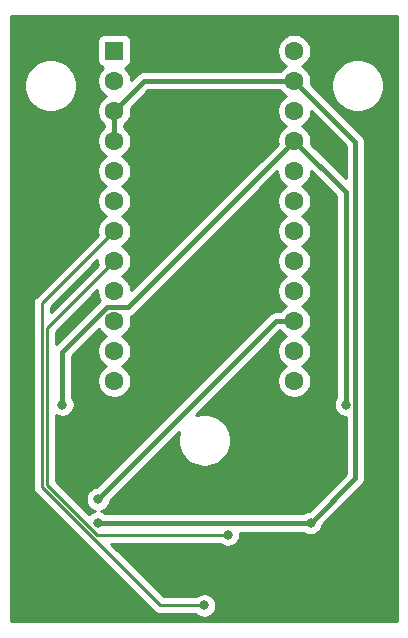
<source format=gbr>
%TF.GenerationSoftware,KiCad,Pcbnew,(5.1.10)-1*%
%TF.CreationDate,2022-02-27T18:22:25-05:00*%
%TF.ProjectId,chunair_core,6368756e-6169-4725-9f63-6f72652e6b69,rev?*%
%TF.SameCoordinates,Original*%
%TF.FileFunction,Copper,L2,Bot*%
%TF.FilePolarity,Positive*%
%FSLAX46Y46*%
G04 Gerber Fmt 4.6, Leading zero omitted, Abs format (unit mm)*
G04 Created by KiCad (PCBNEW (5.1.10)-1) date 2022-02-27 18:22:25*
%MOMM*%
%LPD*%
G01*
G04 APERTURE LIST*
%TA.AperFunction,ComponentPad*%
%ADD10C,1.600000*%
%TD*%
%TA.AperFunction,ComponentPad*%
%ADD11R,1.600000X1.600000*%
%TD*%
%TA.AperFunction,ViaPad*%
%ADD12C,0.800000*%
%TD*%
%TA.AperFunction,Conductor*%
%ADD13C,0.381000*%
%TD*%
%TA.AperFunction,Conductor*%
%ADD14C,0.254000*%
%TD*%
%TA.AperFunction,NonConductor*%
%ADD15C,0.254000*%
%TD*%
%TA.AperFunction,NonConductor*%
%ADD16C,0.100000*%
%TD*%
G04 APERTURE END LIST*
D10*
%TO.P,U1,24*%
%TO.N,N/C*%
X157620000Y-51030000D03*
%TO.P,U1,23*%
%TO.N,GND*%
X157620000Y-53570000D03*
%TO.P,U1,22*%
%TO.N,N/C*%
X157620000Y-56110000D03*
%TO.P,U1,21*%
%TO.N,+5V*%
X157620000Y-58650000D03*
%TO.P,U1,20*%
%TO.N,/A3*%
X157620000Y-61190000D03*
%TO.P,U1,19*%
%TO.N,/A2*%
X157620000Y-63730000D03*
%TO.P,U1,18*%
%TO.N,/A1*%
X157620000Y-66270000D03*
%TO.P,U1,17*%
%TO.N,/A0*%
X157620000Y-68810000D03*
%TO.P,U1,16*%
%TO.N,/15*%
X157620000Y-71350000D03*
%TO.P,U1,15*%
%TO.N,/14*%
X157620000Y-73890000D03*
%TO.P,U1,14*%
%TO.N,/16*%
X157620000Y-76430000D03*
%TO.P,U1,13*%
%TO.N,/A10*%
X157620000Y-78970000D03*
%TO.P,U1,12*%
%TO.N,/A9*%
X142380000Y-78970000D03*
%TO.P,U1,11*%
%TO.N,/8*%
X142380000Y-76430000D03*
%TO.P,U1,10*%
%TO.N,/7*%
X142380000Y-73890000D03*
%TO.P,U1,9*%
%TO.N,/6*%
X142380000Y-71350000D03*
%TO.P,U1,8*%
%TO.N,/coin*%
X142380000Y-68810000D03*
%TO.P,U1,7*%
%TO.N,/RGB_R*%
X142380000Y-66270000D03*
%TO.P,U1,6*%
%TO.N,/RGB_L*%
X142380000Y-63730000D03*
%TO.P,U1,5*%
%TO.N,N/C*%
X142380000Y-61190000D03*
%TO.P,U1,4*%
%TO.N,GND*%
X142380000Y-58650000D03*
%TO.P,U1,3*%
X142380000Y-56110000D03*
%TO.P,U1,2*%
%TO.N,N/C*%
X142380000Y-53570000D03*
D11*
%TO.P,U1,1*%
X142380000Y-51030000D03*
%TD*%
D12*
%TO.N,/14*%
X141000000Y-89000000D03*
%TO.N,GND*%
X141000000Y-91000000D03*
X159000000Y-91000000D03*
%TO.N,+5V*%
X138000000Y-81000000D03*
X162000000Y-81000000D03*
%TO.N,/RGB_R*%
X150000000Y-98000000D03*
%TO.N,/coin*%
X152000000Y-92000000D03*
%TD*%
D13*
%TO.N,/14*%
X156110000Y-73890000D02*
X141000000Y-89000000D01*
X157620000Y-73890000D02*
X156110000Y-73890000D01*
%TO.N,GND*%
X141000000Y-91000000D02*
X159000000Y-91000000D01*
X162790501Y-87209499D02*
X162790501Y-58740501D01*
X162790501Y-58740501D02*
X157620000Y-53570000D01*
X159000000Y-91000000D02*
X162790501Y-87209499D01*
X144920000Y-53570000D02*
X142380000Y-56110000D01*
X157620000Y-53570000D02*
X144920000Y-53570000D01*
X142380000Y-56110000D02*
X142380000Y-58650000D01*
%TO.N,+5V*%
X162000000Y-63030000D02*
X157620000Y-58650000D01*
X162000000Y-81000000D02*
X162000000Y-63030000D01*
X138000000Y-76508058D02*
X138000000Y-81000000D01*
X141808559Y-72699499D02*
X138000000Y-76508058D01*
X143570501Y-72699499D02*
X141808559Y-72699499D01*
X157620000Y-58650000D02*
X143570501Y-72699499D01*
D14*
%TO.N,/RGB_R*%
X146281971Y-98000000D02*
X150000000Y-98000000D01*
X136237979Y-87956008D02*
X146281971Y-98000000D01*
X136237979Y-72412021D02*
X136237979Y-87956008D01*
X142380000Y-66270000D02*
X136237979Y-72412021D01*
%TO.N,/coin*%
X140924038Y-92000000D02*
X152000000Y-92000000D01*
X136691989Y-87767951D02*
X140924038Y-92000000D01*
X136691989Y-74498011D02*
X136691989Y-87767951D01*
X142380000Y-68810000D02*
X136691989Y-74498011D01*
%TD*%
D15*
X166340000Y-99340000D02*
X133660000Y-99340000D01*
X133660000Y-72412021D01*
X135472293Y-72412021D01*
X135475979Y-72449444D01*
X135475980Y-87918575D01*
X135472293Y-87956008D01*
X135487006Y-88105386D01*
X135530578Y-88249023D01*
X135601334Y-88381400D01*
X135620371Y-88404596D01*
X135696558Y-88497430D01*
X135725628Y-88521287D01*
X145716687Y-98512346D01*
X145740549Y-98541422D01*
X145814190Y-98601857D01*
X145856578Y-98636645D01*
X145899850Y-98659774D01*
X145988956Y-98707402D01*
X146132593Y-98750974D01*
X146244545Y-98762000D01*
X146244548Y-98762000D01*
X146281971Y-98765686D01*
X146319394Y-98762000D01*
X149298289Y-98762000D01*
X149340226Y-98803937D01*
X149509744Y-98917205D01*
X149698102Y-98995226D01*
X149898061Y-99035000D01*
X150101939Y-99035000D01*
X150301898Y-98995226D01*
X150490256Y-98917205D01*
X150659774Y-98803937D01*
X150803937Y-98659774D01*
X150917205Y-98490256D01*
X150995226Y-98301898D01*
X151035000Y-98101939D01*
X151035000Y-97898061D01*
X150995226Y-97698102D01*
X150917205Y-97509744D01*
X150803937Y-97340226D01*
X150659774Y-97196063D01*
X150490256Y-97082795D01*
X150301898Y-97004774D01*
X150101939Y-96965000D01*
X149898061Y-96965000D01*
X149698102Y-97004774D01*
X149509744Y-97082795D01*
X149340226Y-97196063D01*
X149298289Y-97238000D01*
X146597601Y-97238000D01*
X142121601Y-92762000D01*
X151298289Y-92762000D01*
X151340226Y-92803937D01*
X151509744Y-92917205D01*
X151698102Y-92995226D01*
X151898061Y-93035000D01*
X152101939Y-93035000D01*
X152301898Y-92995226D01*
X152490256Y-92917205D01*
X152659774Y-92803937D01*
X152803937Y-92659774D01*
X152917205Y-92490256D01*
X152995226Y-92301898D01*
X153035000Y-92101939D01*
X153035000Y-91898061D01*
X153020567Y-91825500D01*
X158372497Y-91825500D01*
X158509744Y-91917205D01*
X158698102Y-91995226D01*
X158898061Y-92035000D01*
X159101939Y-92035000D01*
X159301898Y-91995226D01*
X159490256Y-91917205D01*
X159659774Y-91803937D01*
X159803937Y-91659774D01*
X159917205Y-91490256D01*
X159995226Y-91301898D01*
X160027429Y-91140004D01*
X163345547Y-87821887D01*
X163377042Y-87796040D01*
X163402890Y-87764544D01*
X163402893Y-87764541D01*
X163480200Y-87670342D01*
X163556854Y-87526933D01*
X163572627Y-87474936D01*
X163604057Y-87371325D01*
X163616001Y-87250052D01*
X163616001Y-87250050D01*
X163619995Y-87209499D01*
X163616001Y-87168949D01*
X163616001Y-58781051D01*
X163619995Y-58740501D01*
X163616001Y-58699948D01*
X163604057Y-58578675D01*
X163556854Y-58423067D01*
X163480200Y-58279658D01*
X163402893Y-58185459D01*
X163402890Y-58185456D01*
X163377042Y-58153960D01*
X163345546Y-58128112D01*
X159034056Y-53816624D01*
X159041366Y-53779872D01*
X160765000Y-53779872D01*
X160765000Y-54220128D01*
X160850890Y-54651925D01*
X161019369Y-55058669D01*
X161263962Y-55424729D01*
X161575271Y-55736038D01*
X161941331Y-55980631D01*
X162348075Y-56149110D01*
X162779872Y-56235000D01*
X163220128Y-56235000D01*
X163651925Y-56149110D01*
X164058669Y-55980631D01*
X164424729Y-55736038D01*
X164736038Y-55424729D01*
X164980631Y-55058669D01*
X165149110Y-54651925D01*
X165235000Y-54220128D01*
X165235000Y-53779872D01*
X165149110Y-53348075D01*
X164980631Y-52941331D01*
X164736038Y-52575271D01*
X164424729Y-52263962D01*
X164058669Y-52019369D01*
X163651925Y-51850890D01*
X163220128Y-51765000D01*
X162779872Y-51765000D01*
X162348075Y-51850890D01*
X161941331Y-52019369D01*
X161575271Y-52263962D01*
X161263962Y-52575271D01*
X161019369Y-52941331D01*
X160850890Y-53348075D01*
X160765000Y-53779872D01*
X159041366Y-53779872D01*
X159055000Y-53711335D01*
X159055000Y-53428665D01*
X158999853Y-53151426D01*
X158891680Y-52890273D01*
X158734637Y-52655241D01*
X158534759Y-52455363D01*
X158302241Y-52300000D01*
X158534759Y-52144637D01*
X158734637Y-51944759D01*
X158891680Y-51709727D01*
X158999853Y-51448574D01*
X159055000Y-51171335D01*
X159055000Y-50888665D01*
X158999853Y-50611426D01*
X158891680Y-50350273D01*
X158734637Y-50115241D01*
X158534759Y-49915363D01*
X158299727Y-49758320D01*
X158038574Y-49650147D01*
X157761335Y-49595000D01*
X157478665Y-49595000D01*
X157201426Y-49650147D01*
X156940273Y-49758320D01*
X156705241Y-49915363D01*
X156505363Y-50115241D01*
X156348320Y-50350273D01*
X156240147Y-50611426D01*
X156185000Y-50888665D01*
X156185000Y-51171335D01*
X156240147Y-51448574D01*
X156348320Y-51709727D01*
X156505363Y-51944759D01*
X156705241Y-52144637D01*
X156937759Y-52300000D01*
X156705241Y-52455363D01*
X156505363Y-52655241D01*
X156445722Y-52744500D01*
X144960542Y-52744500D01*
X144919999Y-52740507D01*
X144879456Y-52744500D01*
X144879447Y-52744500D01*
X144758174Y-52756444D01*
X144602566Y-52803647D01*
X144468417Y-52875352D01*
X144459156Y-52880302D01*
X144403033Y-52926361D01*
X144333459Y-52983459D01*
X144307606Y-53014961D01*
X143815000Y-53507567D01*
X143815000Y-53428665D01*
X143759853Y-53151426D01*
X143651680Y-52890273D01*
X143494637Y-52655241D01*
X143296039Y-52456643D01*
X143304482Y-52455812D01*
X143424180Y-52419502D01*
X143534494Y-52360537D01*
X143631185Y-52281185D01*
X143710537Y-52184494D01*
X143769502Y-52074180D01*
X143805812Y-51954482D01*
X143818072Y-51830000D01*
X143818072Y-50230000D01*
X143805812Y-50105518D01*
X143769502Y-49985820D01*
X143710537Y-49875506D01*
X143631185Y-49778815D01*
X143534494Y-49699463D01*
X143424180Y-49640498D01*
X143304482Y-49604188D01*
X143180000Y-49591928D01*
X141580000Y-49591928D01*
X141455518Y-49604188D01*
X141335820Y-49640498D01*
X141225506Y-49699463D01*
X141128815Y-49778815D01*
X141049463Y-49875506D01*
X140990498Y-49985820D01*
X140954188Y-50105518D01*
X140941928Y-50230000D01*
X140941928Y-51830000D01*
X140954188Y-51954482D01*
X140990498Y-52074180D01*
X141049463Y-52184494D01*
X141128815Y-52281185D01*
X141225506Y-52360537D01*
X141335820Y-52419502D01*
X141455518Y-52455812D01*
X141463961Y-52456643D01*
X141265363Y-52655241D01*
X141108320Y-52890273D01*
X141000147Y-53151426D01*
X140945000Y-53428665D01*
X140945000Y-53711335D01*
X141000147Y-53988574D01*
X141108320Y-54249727D01*
X141265363Y-54484759D01*
X141465241Y-54684637D01*
X141697759Y-54840000D01*
X141465241Y-54995363D01*
X141265363Y-55195241D01*
X141108320Y-55430273D01*
X141000147Y-55691426D01*
X140945000Y-55968665D01*
X140945000Y-56251335D01*
X141000147Y-56528574D01*
X141108320Y-56789727D01*
X141265363Y-57024759D01*
X141465241Y-57224637D01*
X141554500Y-57284278D01*
X141554501Y-57475722D01*
X141465241Y-57535363D01*
X141265363Y-57735241D01*
X141108320Y-57970273D01*
X141000147Y-58231426D01*
X140945000Y-58508665D01*
X140945000Y-58791335D01*
X141000147Y-59068574D01*
X141108320Y-59329727D01*
X141265363Y-59564759D01*
X141465241Y-59764637D01*
X141697759Y-59920000D01*
X141465241Y-60075363D01*
X141265363Y-60275241D01*
X141108320Y-60510273D01*
X141000147Y-60771426D01*
X140945000Y-61048665D01*
X140945000Y-61331335D01*
X141000147Y-61608574D01*
X141108320Y-61869727D01*
X141265363Y-62104759D01*
X141465241Y-62304637D01*
X141697759Y-62460000D01*
X141465241Y-62615363D01*
X141265363Y-62815241D01*
X141108320Y-63050273D01*
X141000147Y-63311426D01*
X140945000Y-63588665D01*
X140945000Y-63871335D01*
X141000147Y-64148574D01*
X141108320Y-64409727D01*
X141265363Y-64644759D01*
X141465241Y-64844637D01*
X141697759Y-65000000D01*
X141465241Y-65155363D01*
X141265363Y-65355241D01*
X141108320Y-65590273D01*
X141000147Y-65851426D01*
X140945000Y-66128665D01*
X140945000Y-66411335D01*
X140980843Y-66591526D01*
X135725633Y-71846737D01*
X135696557Y-71870599D01*
X135645227Y-71933146D01*
X135601334Y-71986629D01*
X135588949Y-72009800D01*
X135530577Y-72119007D01*
X135487005Y-72262644D01*
X135475979Y-72374595D01*
X135472293Y-72412021D01*
X133660000Y-72412021D01*
X133660000Y-53779872D01*
X134765000Y-53779872D01*
X134765000Y-54220128D01*
X134850890Y-54651925D01*
X135019369Y-55058669D01*
X135263962Y-55424729D01*
X135575271Y-55736038D01*
X135941331Y-55980631D01*
X136348075Y-56149110D01*
X136779872Y-56235000D01*
X137220128Y-56235000D01*
X137651925Y-56149110D01*
X138058669Y-55980631D01*
X138424729Y-55736038D01*
X138736038Y-55424729D01*
X138980631Y-55058669D01*
X139149110Y-54651925D01*
X139235000Y-54220128D01*
X139235000Y-53779872D01*
X139149110Y-53348075D01*
X138980631Y-52941331D01*
X138736038Y-52575271D01*
X138424729Y-52263962D01*
X138058669Y-52019369D01*
X137651925Y-51850890D01*
X137220128Y-51765000D01*
X136779872Y-51765000D01*
X136348075Y-51850890D01*
X135941331Y-52019369D01*
X135575271Y-52263962D01*
X135263962Y-52575271D01*
X135019369Y-52941331D01*
X134850890Y-53348075D01*
X134765000Y-53779872D01*
X133660000Y-53779872D01*
X133660000Y-48127000D01*
X166340001Y-48127000D01*
X166340000Y-99340000D01*
%TA.AperFunction,NonConductor*%
D16*
G36*
X166340000Y-99340000D02*
G01*
X133660000Y-99340000D01*
X133660000Y-72412021D01*
X135472293Y-72412021D01*
X135475979Y-72449444D01*
X135475980Y-87918575D01*
X135472293Y-87956008D01*
X135487006Y-88105386D01*
X135530578Y-88249023D01*
X135601334Y-88381400D01*
X135620371Y-88404596D01*
X135696558Y-88497430D01*
X135725628Y-88521287D01*
X145716687Y-98512346D01*
X145740549Y-98541422D01*
X145814190Y-98601857D01*
X145856578Y-98636645D01*
X145899850Y-98659774D01*
X145988956Y-98707402D01*
X146132593Y-98750974D01*
X146244545Y-98762000D01*
X146244548Y-98762000D01*
X146281971Y-98765686D01*
X146319394Y-98762000D01*
X149298289Y-98762000D01*
X149340226Y-98803937D01*
X149509744Y-98917205D01*
X149698102Y-98995226D01*
X149898061Y-99035000D01*
X150101939Y-99035000D01*
X150301898Y-98995226D01*
X150490256Y-98917205D01*
X150659774Y-98803937D01*
X150803937Y-98659774D01*
X150917205Y-98490256D01*
X150995226Y-98301898D01*
X151035000Y-98101939D01*
X151035000Y-97898061D01*
X150995226Y-97698102D01*
X150917205Y-97509744D01*
X150803937Y-97340226D01*
X150659774Y-97196063D01*
X150490256Y-97082795D01*
X150301898Y-97004774D01*
X150101939Y-96965000D01*
X149898061Y-96965000D01*
X149698102Y-97004774D01*
X149509744Y-97082795D01*
X149340226Y-97196063D01*
X149298289Y-97238000D01*
X146597601Y-97238000D01*
X142121601Y-92762000D01*
X151298289Y-92762000D01*
X151340226Y-92803937D01*
X151509744Y-92917205D01*
X151698102Y-92995226D01*
X151898061Y-93035000D01*
X152101939Y-93035000D01*
X152301898Y-92995226D01*
X152490256Y-92917205D01*
X152659774Y-92803937D01*
X152803937Y-92659774D01*
X152917205Y-92490256D01*
X152995226Y-92301898D01*
X153035000Y-92101939D01*
X153035000Y-91898061D01*
X153020567Y-91825500D01*
X158372497Y-91825500D01*
X158509744Y-91917205D01*
X158698102Y-91995226D01*
X158898061Y-92035000D01*
X159101939Y-92035000D01*
X159301898Y-91995226D01*
X159490256Y-91917205D01*
X159659774Y-91803937D01*
X159803937Y-91659774D01*
X159917205Y-91490256D01*
X159995226Y-91301898D01*
X160027429Y-91140004D01*
X163345547Y-87821887D01*
X163377042Y-87796040D01*
X163402890Y-87764544D01*
X163402893Y-87764541D01*
X163480200Y-87670342D01*
X163556854Y-87526933D01*
X163572627Y-87474936D01*
X163604057Y-87371325D01*
X163616001Y-87250052D01*
X163616001Y-87250050D01*
X163619995Y-87209499D01*
X163616001Y-87168949D01*
X163616001Y-58781051D01*
X163619995Y-58740501D01*
X163616001Y-58699948D01*
X163604057Y-58578675D01*
X163556854Y-58423067D01*
X163480200Y-58279658D01*
X163402893Y-58185459D01*
X163402890Y-58185456D01*
X163377042Y-58153960D01*
X163345546Y-58128112D01*
X159034056Y-53816624D01*
X159041366Y-53779872D01*
X160765000Y-53779872D01*
X160765000Y-54220128D01*
X160850890Y-54651925D01*
X161019369Y-55058669D01*
X161263962Y-55424729D01*
X161575271Y-55736038D01*
X161941331Y-55980631D01*
X162348075Y-56149110D01*
X162779872Y-56235000D01*
X163220128Y-56235000D01*
X163651925Y-56149110D01*
X164058669Y-55980631D01*
X164424729Y-55736038D01*
X164736038Y-55424729D01*
X164980631Y-55058669D01*
X165149110Y-54651925D01*
X165235000Y-54220128D01*
X165235000Y-53779872D01*
X165149110Y-53348075D01*
X164980631Y-52941331D01*
X164736038Y-52575271D01*
X164424729Y-52263962D01*
X164058669Y-52019369D01*
X163651925Y-51850890D01*
X163220128Y-51765000D01*
X162779872Y-51765000D01*
X162348075Y-51850890D01*
X161941331Y-52019369D01*
X161575271Y-52263962D01*
X161263962Y-52575271D01*
X161019369Y-52941331D01*
X160850890Y-53348075D01*
X160765000Y-53779872D01*
X159041366Y-53779872D01*
X159055000Y-53711335D01*
X159055000Y-53428665D01*
X158999853Y-53151426D01*
X158891680Y-52890273D01*
X158734637Y-52655241D01*
X158534759Y-52455363D01*
X158302241Y-52300000D01*
X158534759Y-52144637D01*
X158734637Y-51944759D01*
X158891680Y-51709727D01*
X158999853Y-51448574D01*
X159055000Y-51171335D01*
X159055000Y-50888665D01*
X158999853Y-50611426D01*
X158891680Y-50350273D01*
X158734637Y-50115241D01*
X158534759Y-49915363D01*
X158299727Y-49758320D01*
X158038574Y-49650147D01*
X157761335Y-49595000D01*
X157478665Y-49595000D01*
X157201426Y-49650147D01*
X156940273Y-49758320D01*
X156705241Y-49915363D01*
X156505363Y-50115241D01*
X156348320Y-50350273D01*
X156240147Y-50611426D01*
X156185000Y-50888665D01*
X156185000Y-51171335D01*
X156240147Y-51448574D01*
X156348320Y-51709727D01*
X156505363Y-51944759D01*
X156705241Y-52144637D01*
X156937759Y-52300000D01*
X156705241Y-52455363D01*
X156505363Y-52655241D01*
X156445722Y-52744500D01*
X144960542Y-52744500D01*
X144919999Y-52740507D01*
X144879456Y-52744500D01*
X144879447Y-52744500D01*
X144758174Y-52756444D01*
X144602566Y-52803647D01*
X144468417Y-52875352D01*
X144459156Y-52880302D01*
X144403033Y-52926361D01*
X144333459Y-52983459D01*
X144307606Y-53014961D01*
X143815000Y-53507567D01*
X143815000Y-53428665D01*
X143759853Y-53151426D01*
X143651680Y-52890273D01*
X143494637Y-52655241D01*
X143296039Y-52456643D01*
X143304482Y-52455812D01*
X143424180Y-52419502D01*
X143534494Y-52360537D01*
X143631185Y-52281185D01*
X143710537Y-52184494D01*
X143769502Y-52074180D01*
X143805812Y-51954482D01*
X143818072Y-51830000D01*
X143818072Y-50230000D01*
X143805812Y-50105518D01*
X143769502Y-49985820D01*
X143710537Y-49875506D01*
X143631185Y-49778815D01*
X143534494Y-49699463D01*
X143424180Y-49640498D01*
X143304482Y-49604188D01*
X143180000Y-49591928D01*
X141580000Y-49591928D01*
X141455518Y-49604188D01*
X141335820Y-49640498D01*
X141225506Y-49699463D01*
X141128815Y-49778815D01*
X141049463Y-49875506D01*
X140990498Y-49985820D01*
X140954188Y-50105518D01*
X140941928Y-50230000D01*
X140941928Y-51830000D01*
X140954188Y-51954482D01*
X140990498Y-52074180D01*
X141049463Y-52184494D01*
X141128815Y-52281185D01*
X141225506Y-52360537D01*
X141335820Y-52419502D01*
X141455518Y-52455812D01*
X141463961Y-52456643D01*
X141265363Y-52655241D01*
X141108320Y-52890273D01*
X141000147Y-53151426D01*
X140945000Y-53428665D01*
X140945000Y-53711335D01*
X141000147Y-53988574D01*
X141108320Y-54249727D01*
X141265363Y-54484759D01*
X141465241Y-54684637D01*
X141697759Y-54840000D01*
X141465241Y-54995363D01*
X141265363Y-55195241D01*
X141108320Y-55430273D01*
X141000147Y-55691426D01*
X140945000Y-55968665D01*
X140945000Y-56251335D01*
X141000147Y-56528574D01*
X141108320Y-56789727D01*
X141265363Y-57024759D01*
X141465241Y-57224637D01*
X141554500Y-57284278D01*
X141554501Y-57475722D01*
X141465241Y-57535363D01*
X141265363Y-57735241D01*
X141108320Y-57970273D01*
X141000147Y-58231426D01*
X140945000Y-58508665D01*
X140945000Y-58791335D01*
X141000147Y-59068574D01*
X141108320Y-59329727D01*
X141265363Y-59564759D01*
X141465241Y-59764637D01*
X141697759Y-59920000D01*
X141465241Y-60075363D01*
X141265363Y-60275241D01*
X141108320Y-60510273D01*
X141000147Y-60771426D01*
X140945000Y-61048665D01*
X140945000Y-61331335D01*
X141000147Y-61608574D01*
X141108320Y-61869727D01*
X141265363Y-62104759D01*
X141465241Y-62304637D01*
X141697759Y-62460000D01*
X141465241Y-62615363D01*
X141265363Y-62815241D01*
X141108320Y-63050273D01*
X141000147Y-63311426D01*
X140945000Y-63588665D01*
X140945000Y-63871335D01*
X141000147Y-64148574D01*
X141108320Y-64409727D01*
X141265363Y-64644759D01*
X141465241Y-64844637D01*
X141697759Y-65000000D01*
X141465241Y-65155363D01*
X141265363Y-65355241D01*
X141108320Y-65590273D01*
X141000147Y-65851426D01*
X140945000Y-66128665D01*
X140945000Y-66411335D01*
X140980843Y-66591526D01*
X135725633Y-71846737D01*
X135696557Y-71870599D01*
X135645227Y-71933146D01*
X135601334Y-71986629D01*
X135588949Y-72009800D01*
X135530577Y-72119007D01*
X135487005Y-72262644D01*
X135475979Y-72374595D01*
X135472293Y-72412021D01*
X133660000Y-72412021D01*
X133660000Y-53779872D01*
X134765000Y-53779872D01*
X134765000Y-54220128D01*
X134850890Y-54651925D01*
X135019369Y-55058669D01*
X135263962Y-55424729D01*
X135575271Y-55736038D01*
X135941331Y-55980631D01*
X136348075Y-56149110D01*
X136779872Y-56235000D01*
X137220128Y-56235000D01*
X137651925Y-56149110D01*
X138058669Y-55980631D01*
X138424729Y-55736038D01*
X138736038Y-55424729D01*
X138980631Y-55058669D01*
X139149110Y-54651925D01*
X139235000Y-54220128D01*
X139235000Y-53779872D01*
X139149110Y-53348075D01*
X138980631Y-52941331D01*
X138736038Y-52575271D01*
X138424729Y-52263962D01*
X138058669Y-52019369D01*
X137651925Y-51850890D01*
X137220128Y-51765000D01*
X136779872Y-51765000D01*
X136348075Y-51850890D01*
X135941331Y-52019369D01*
X135575271Y-52263962D01*
X135263962Y-52575271D01*
X135019369Y-52941331D01*
X134850890Y-53348075D01*
X134765000Y-53779872D01*
X133660000Y-53779872D01*
X133660000Y-48127000D01*
X166340001Y-48127000D01*
X166340000Y-99340000D01*
G37*
%TD.AperFunction*%
D15*
X156185000Y-61331335D02*
X156240147Y-61608574D01*
X156348320Y-61869727D01*
X156505363Y-62104759D01*
X156705241Y-62304637D01*
X156937759Y-62460000D01*
X156705241Y-62615363D01*
X156505363Y-62815241D01*
X156348320Y-63050273D01*
X156240147Y-63311426D01*
X156185000Y-63588665D01*
X156185000Y-63871335D01*
X156240147Y-64148574D01*
X156348320Y-64409727D01*
X156505363Y-64644759D01*
X156705241Y-64844637D01*
X156937759Y-65000000D01*
X156705241Y-65155363D01*
X156505363Y-65355241D01*
X156348320Y-65590273D01*
X156240147Y-65851426D01*
X156185000Y-66128665D01*
X156185000Y-66411335D01*
X156240147Y-66688574D01*
X156348320Y-66949727D01*
X156505363Y-67184759D01*
X156705241Y-67384637D01*
X156937759Y-67540000D01*
X156705241Y-67695363D01*
X156505363Y-67895241D01*
X156348320Y-68130273D01*
X156240147Y-68391426D01*
X156185000Y-68668665D01*
X156185000Y-68951335D01*
X156240147Y-69228574D01*
X156348320Y-69489727D01*
X156505363Y-69724759D01*
X156705241Y-69924637D01*
X156937759Y-70080000D01*
X156705241Y-70235363D01*
X156505363Y-70435241D01*
X156348320Y-70670273D01*
X156240147Y-70931426D01*
X156185000Y-71208665D01*
X156185000Y-71491335D01*
X156240147Y-71768574D01*
X156348320Y-72029727D01*
X156505363Y-72264759D01*
X156705241Y-72464637D01*
X156937759Y-72620000D01*
X156705241Y-72775363D01*
X156505363Y-72975241D01*
X156445722Y-73064500D01*
X156150550Y-73064500D01*
X156110000Y-73060506D01*
X156069449Y-73064500D01*
X156069447Y-73064500D01*
X155948174Y-73076444D01*
X155806494Y-73119422D01*
X155792566Y-73123647D01*
X155649157Y-73200301D01*
X155554958Y-73277608D01*
X155554955Y-73277611D01*
X155523459Y-73303459D01*
X155497611Y-73334955D01*
X140859996Y-87972571D01*
X140698102Y-88004774D01*
X140509744Y-88082795D01*
X140340226Y-88196063D01*
X140196063Y-88340226D01*
X140082795Y-88509744D01*
X140004774Y-88698102D01*
X139965000Y-88898061D01*
X139965000Y-89101939D01*
X140004774Y-89301898D01*
X140082795Y-89490256D01*
X140196063Y-89659774D01*
X140340226Y-89803937D01*
X140509744Y-89917205D01*
X140698102Y-89995226D01*
X140722103Y-90000000D01*
X140698102Y-90004774D01*
X140509744Y-90082795D01*
X140340226Y-90196063D01*
X140268979Y-90267310D01*
X137453989Y-87452321D01*
X137453989Y-81879951D01*
X137509744Y-81917205D01*
X137698102Y-81995226D01*
X137898061Y-82035000D01*
X138101939Y-82035000D01*
X138301898Y-81995226D01*
X138490256Y-81917205D01*
X138659774Y-81803937D01*
X138803937Y-81659774D01*
X138917205Y-81490256D01*
X138995226Y-81301898D01*
X139035000Y-81101939D01*
X139035000Y-80898061D01*
X138995226Y-80698102D01*
X138917205Y-80509744D01*
X138825500Y-80372497D01*
X138825500Y-76849990D01*
X141107571Y-74567920D01*
X141108320Y-74569727D01*
X141265363Y-74804759D01*
X141465241Y-75004637D01*
X141697759Y-75160000D01*
X141465241Y-75315363D01*
X141265363Y-75515241D01*
X141108320Y-75750273D01*
X141000147Y-76011426D01*
X140945000Y-76288665D01*
X140945000Y-76571335D01*
X141000147Y-76848574D01*
X141108320Y-77109727D01*
X141265363Y-77344759D01*
X141465241Y-77544637D01*
X141697759Y-77700000D01*
X141465241Y-77855363D01*
X141265363Y-78055241D01*
X141108320Y-78290273D01*
X141000147Y-78551426D01*
X140945000Y-78828665D01*
X140945000Y-79111335D01*
X141000147Y-79388574D01*
X141108320Y-79649727D01*
X141265363Y-79884759D01*
X141465241Y-80084637D01*
X141700273Y-80241680D01*
X141961426Y-80349853D01*
X142238665Y-80405000D01*
X142521335Y-80405000D01*
X142798574Y-80349853D01*
X143059727Y-80241680D01*
X143294759Y-80084637D01*
X143494637Y-79884759D01*
X143651680Y-79649727D01*
X143759853Y-79388574D01*
X143815000Y-79111335D01*
X143815000Y-78828665D01*
X143759853Y-78551426D01*
X143651680Y-78290273D01*
X143494637Y-78055241D01*
X143294759Y-77855363D01*
X143062241Y-77700000D01*
X143294759Y-77544637D01*
X143494637Y-77344759D01*
X143651680Y-77109727D01*
X143759853Y-76848574D01*
X143815000Y-76571335D01*
X143815000Y-76288665D01*
X143759853Y-76011426D01*
X143651680Y-75750273D01*
X143494637Y-75515241D01*
X143294759Y-75315363D01*
X143062241Y-75160000D01*
X143294759Y-75004637D01*
X143494637Y-74804759D01*
X143651680Y-74569727D01*
X143759853Y-74308574D01*
X143815000Y-74031335D01*
X143815000Y-73748665D01*
X143766096Y-73502811D01*
X143887935Y-73465852D01*
X144031343Y-73389198D01*
X144157042Y-73286040D01*
X144182899Y-73254533D01*
X156185000Y-61252433D01*
X156185000Y-61331335D01*
%TA.AperFunction,NonConductor*%
D16*
G36*
X156185000Y-61331335D02*
G01*
X156240147Y-61608574D01*
X156348320Y-61869727D01*
X156505363Y-62104759D01*
X156705241Y-62304637D01*
X156937759Y-62460000D01*
X156705241Y-62615363D01*
X156505363Y-62815241D01*
X156348320Y-63050273D01*
X156240147Y-63311426D01*
X156185000Y-63588665D01*
X156185000Y-63871335D01*
X156240147Y-64148574D01*
X156348320Y-64409727D01*
X156505363Y-64644759D01*
X156705241Y-64844637D01*
X156937759Y-65000000D01*
X156705241Y-65155363D01*
X156505363Y-65355241D01*
X156348320Y-65590273D01*
X156240147Y-65851426D01*
X156185000Y-66128665D01*
X156185000Y-66411335D01*
X156240147Y-66688574D01*
X156348320Y-66949727D01*
X156505363Y-67184759D01*
X156705241Y-67384637D01*
X156937759Y-67540000D01*
X156705241Y-67695363D01*
X156505363Y-67895241D01*
X156348320Y-68130273D01*
X156240147Y-68391426D01*
X156185000Y-68668665D01*
X156185000Y-68951335D01*
X156240147Y-69228574D01*
X156348320Y-69489727D01*
X156505363Y-69724759D01*
X156705241Y-69924637D01*
X156937759Y-70080000D01*
X156705241Y-70235363D01*
X156505363Y-70435241D01*
X156348320Y-70670273D01*
X156240147Y-70931426D01*
X156185000Y-71208665D01*
X156185000Y-71491335D01*
X156240147Y-71768574D01*
X156348320Y-72029727D01*
X156505363Y-72264759D01*
X156705241Y-72464637D01*
X156937759Y-72620000D01*
X156705241Y-72775363D01*
X156505363Y-72975241D01*
X156445722Y-73064500D01*
X156150550Y-73064500D01*
X156110000Y-73060506D01*
X156069449Y-73064500D01*
X156069447Y-73064500D01*
X155948174Y-73076444D01*
X155806494Y-73119422D01*
X155792566Y-73123647D01*
X155649157Y-73200301D01*
X155554958Y-73277608D01*
X155554955Y-73277611D01*
X155523459Y-73303459D01*
X155497611Y-73334955D01*
X140859996Y-87972571D01*
X140698102Y-88004774D01*
X140509744Y-88082795D01*
X140340226Y-88196063D01*
X140196063Y-88340226D01*
X140082795Y-88509744D01*
X140004774Y-88698102D01*
X139965000Y-88898061D01*
X139965000Y-89101939D01*
X140004774Y-89301898D01*
X140082795Y-89490256D01*
X140196063Y-89659774D01*
X140340226Y-89803937D01*
X140509744Y-89917205D01*
X140698102Y-89995226D01*
X140722103Y-90000000D01*
X140698102Y-90004774D01*
X140509744Y-90082795D01*
X140340226Y-90196063D01*
X140268979Y-90267310D01*
X137453989Y-87452321D01*
X137453989Y-81879951D01*
X137509744Y-81917205D01*
X137698102Y-81995226D01*
X137898061Y-82035000D01*
X138101939Y-82035000D01*
X138301898Y-81995226D01*
X138490256Y-81917205D01*
X138659774Y-81803937D01*
X138803937Y-81659774D01*
X138917205Y-81490256D01*
X138995226Y-81301898D01*
X139035000Y-81101939D01*
X139035000Y-80898061D01*
X138995226Y-80698102D01*
X138917205Y-80509744D01*
X138825500Y-80372497D01*
X138825500Y-76849990D01*
X141107571Y-74567920D01*
X141108320Y-74569727D01*
X141265363Y-74804759D01*
X141465241Y-75004637D01*
X141697759Y-75160000D01*
X141465241Y-75315363D01*
X141265363Y-75515241D01*
X141108320Y-75750273D01*
X141000147Y-76011426D01*
X140945000Y-76288665D01*
X140945000Y-76571335D01*
X141000147Y-76848574D01*
X141108320Y-77109727D01*
X141265363Y-77344759D01*
X141465241Y-77544637D01*
X141697759Y-77700000D01*
X141465241Y-77855363D01*
X141265363Y-78055241D01*
X141108320Y-78290273D01*
X141000147Y-78551426D01*
X140945000Y-78828665D01*
X140945000Y-79111335D01*
X141000147Y-79388574D01*
X141108320Y-79649727D01*
X141265363Y-79884759D01*
X141465241Y-80084637D01*
X141700273Y-80241680D01*
X141961426Y-80349853D01*
X142238665Y-80405000D01*
X142521335Y-80405000D01*
X142798574Y-80349853D01*
X143059727Y-80241680D01*
X143294759Y-80084637D01*
X143494637Y-79884759D01*
X143651680Y-79649727D01*
X143759853Y-79388574D01*
X143815000Y-79111335D01*
X143815000Y-78828665D01*
X143759853Y-78551426D01*
X143651680Y-78290273D01*
X143494637Y-78055241D01*
X143294759Y-77855363D01*
X143062241Y-77700000D01*
X143294759Y-77544637D01*
X143494637Y-77344759D01*
X143651680Y-77109727D01*
X143759853Y-76848574D01*
X143815000Y-76571335D01*
X143815000Y-76288665D01*
X143759853Y-76011426D01*
X143651680Y-75750273D01*
X143494637Y-75515241D01*
X143294759Y-75315363D01*
X143062241Y-75160000D01*
X143294759Y-75004637D01*
X143494637Y-74804759D01*
X143651680Y-74569727D01*
X143759853Y-74308574D01*
X143815000Y-74031335D01*
X143815000Y-73748665D01*
X143766096Y-73502811D01*
X143887935Y-73465852D01*
X144031343Y-73389198D01*
X144157042Y-73286040D01*
X144182899Y-73254533D01*
X156185000Y-61252433D01*
X156185000Y-61331335D01*
G37*
%TD.AperFunction*%
D15*
X161174501Y-63371934D02*
X161174500Y-80372497D01*
X161082795Y-80509744D01*
X161004774Y-80698102D01*
X160965000Y-80898061D01*
X160965000Y-81101939D01*
X161004774Y-81301898D01*
X161082795Y-81490256D01*
X161196063Y-81659774D01*
X161340226Y-81803937D01*
X161509744Y-81917205D01*
X161698102Y-81995226D01*
X161898061Y-82035000D01*
X161965001Y-82035000D01*
X161965001Y-86867565D01*
X158859996Y-89972571D01*
X158698102Y-90004774D01*
X158509744Y-90082795D01*
X158372497Y-90174500D01*
X141627503Y-90174500D01*
X141490256Y-90082795D01*
X141301898Y-90004774D01*
X141277897Y-90000000D01*
X141301898Y-89995226D01*
X141490256Y-89917205D01*
X141659774Y-89803937D01*
X141803937Y-89659774D01*
X141917205Y-89490256D01*
X141995226Y-89301898D01*
X142027429Y-89140004D01*
X147873187Y-83294246D01*
X147850890Y-83348075D01*
X147765000Y-83779872D01*
X147765000Y-84220128D01*
X147850890Y-84651925D01*
X148019369Y-85058669D01*
X148263962Y-85424729D01*
X148575271Y-85736038D01*
X148941331Y-85980631D01*
X149348075Y-86149110D01*
X149779872Y-86235000D01*
X150220128Y-86235000D01*
X150651925Y-86149110D01*
X151058669Y-85980631D01*
X151424729Y-85736038D01*
X151736038Y-85424729D01*
X151980631Y-85058669D01*
X152149110Y-84651925D01*
X152235000Y-84220128D01*
X152235000Y-83779872D01*
X152149110Y-83348075D01*
X151980631Y-82941331D01*
X151736038Y-82575271D01*
X151424729Y-82263962D01*
X151058669Y-82019369D01*
X150651925Y-81850890D01*
X150220128Y-81765000D01*
X149779872Y-81765000D01*
X149348075Y-81850890D01*
X149294247Y-81873187D01*
X156448210Y-74719224D01*
X156505363Y-74804759D01*
X156705241Y-75004637D01*
X156937759Y-75160000D01*
X156705241Y-75315363D01*
X156505363Y-75515241D01*
X156348320Y-75750273D01*
X156240147Y-76011426D01*
X156185000Y-76288665D01*
X156185000Y-76571335D01*
X156240147Y-76848574D01*
X156348320Y-77109727D01*
X156505363Y-77344759D01*
X156705241Y-77544637D01*
X156937759Y-77700000D01*
X156705241Y-77855363D01*
X156505363Y-78055241D01*
X156348320Y-78290273D01*
X156240147Y-78551426D01*
X156185000Y-78828665D01*
X156185000Y-79111335D01*
X156240147Y-79388574D01*
X156348320Y-79649727D01*
X156505363Y-79884759D01*
X156705241Y-80084637D01*
X156940273Y-80241680D01*
X157201426Y-80349853D01*
X157478665Y-80405000D01*
X157761335Y-80405000D01*
X158038574Y-80349853D01*
X158299727Y-80241680D01*
X158534759Y-80084637D01*
X158734637Y-79884759D01*
X158891680Y-79649727D01*
X158999853Y-79388574D01*
X159055000Y-79111335D01*
X159055000Y-78828665D01*
X158999853Y-78551426D01*
X158891680Y-78290273D01*
X158734637Y-78055241D01*
X158534759Y-77855363D01*
X158302241Y-77700000D01*
X158534759Y-77544637D01*
X158734637Y-77344759D01*
X158891680Y-77109727D01*
X158999853Y-76848574D01*
X159055000Y-76571335D01*
X159055000Y-76288665D01*
X158999853Y-76011426D01*
X158891680Y-75750273D01*
X158734637Y-75515241D01*
X158534759Y-75315363D01*
X158302241Y-75160000D01*
X158534759Y-75004637D01*
X158734637Y-74804759D01*
X158891680Y-74569727D01*
X158999853Y-74308574D01*
X159055000Y-74031335D01*
X159055000Y-73748665D01*
X158999853Y-73471426D01*
X158891680Y-73210273D01*
X158734637Y-72975241D01*
X158534759Y-72775363D01*
X158302241Y-72620000D01*
X158534759Y-72464637D01*
X158734637Y-72264759D01*
X158891680Y-72029727D01*
X158999853Y-71768574D01*
X159055000Y-71491335D01*
X159055000Y-71208665D01*
X158999853Y-70931426D01*
X158891680Y-70670273D01*
X158734637Y-70435241D01*
X158534759Y-70235363D01*
X158302241Y-70080000D01*
X158534759Y-69924637D01*
X158734637Y-69724759D01*
X158891680Y-69489727D01*
X158999853Y-69228574D01*
X159055000Y-68951335D01*
X159055000Y-68668665D01*
X158999853Y-68391426D01*
X158891680Y-68130273D01*
X158734637Y-67895241D01*
X158534759Y-67695363D01*
X158302241Y-67540000D01*
X158534759Y-67384637D01*
X158734637Y-67184759D01*
X158891680Y-66949727D01*
X158999853Y-66688574D01*
X159055000Y-66411335D01*
X159055000Y-66128665D01*
X158999853Y-65851426D01*
X158891680Y-65590273D01*
X158734637Y-65355241D01*
X158534759Y-65155363D01*
X158302241Y-65000000D01*
X158534759Y-64844637D01*
X158734637Y-64644759D01*
X158891680Y-64409727D01*
X158999853Y-64148574D01*
X159055000Y-63871335D01*
X159055000Y-63588665D01*
X158999853Y-63311426D01*
X158891680Y-63050273D01*
X158734637Y-62815241D01*
X158534759Y-62615363D01*
X158302241Y-62460000D01*
X158534759Y-62304637D01*
X158734637Y-62104759D01*
X158891680Y-61869727D01*
X158999853Y-61608574D01*
X159055000Y-61331335D01*
X159055000Y-61252432D01*
X161174501Y-63371934D01*
%TA.AperFunction,NonConductor*%
D16*
G36*
X161174501Y-63371934D02*
G01*
X161174500Y-80372497D01*
X161082795Y-80509744D01*
X161004774Y-80698102D01*
X160965000Y-80898061D01*
X160965000Y-81101939D01*
X161004774Y-81301898D01*
X161082795Y-81490256D01*
X161196063Y-81659774D01*
X161340226Y-81803937D01*
X161509744Y-81917205D01*
X161698102Y-81995226D01*
X161898061Y-82035000D01*
X161965001Y-82035000D01*
X161965001Y-86867565D01*
X158859996Y-89972571D01*
X158698102Y-90004774D01*
X158509744Y-90082795D01*
X158372497Y-90174500D01*
X141627503Y-90174500D01*
X141490256Y-90082795D01*
X141301898Y-90004774D01*
X141277897Y-90000000D01*
X141301898Y-89995226D01*
X141490256Y-89917205D01*
X141659774Y-89803937D01*
X141803937Y-89659774D01*
X141917205Y-89490256D01*
X141995226Y-89301898D01*
X142027429Y-89140004D01*
X147873187Y-83294246D01*
X147850890Y-83348075D01*
X147765000Y-83779872D01*
X147765000Y-84220128D01*
X147850890Y-84651925D01*
X148019369Y-85058669D01*
X148263962Y-85424729D01*
X148575271Y-85736038D01*
X148941331Y-85980631D01*
X149348075Y-86149110D01*
X149779872Y-86235000D01*
X150220128Y-86235000D01*
X150651925Y-86149110D01*
X151058669Y-85980631D01*
X151424729Y-85736038D01*
X151736038Y-85424729D01*
X151980631Y-85058669D01*
X152149110Y-84651925D01*
X152235000Y-84220128D01*
X152235000Y-83779872D01*
X152149110Y-83348075D01*
X151980631Y-82941331D01*
X151736038Y-82575271D01*
X151424729Y-82263962D01*
X151058669Y-82019369D01*
X150651925Y-81850890D01*
X150220128Y-81765000D01*
X149779872Y-81765000D01*
X149348075Y-81850890D01*
X149294247Y-81873187D01*
X156448210Y-74719224D01*
X156505363Y-74804759D01*
X156705241Y-75004637D01*
X156937759Y-75160000D01*
X156705241Y-75315363D01*
X156505363Y-75515241D01*
X156348320Y-75750273D01*
X156240147Y-76011426D01*
X156185000Y-76288665D01*
X156185000Y-76571335D01*
X156240147Y-76848574D01*
X156348320Y-77109727D01*
X156505363Y-77344759D01*
X156705241Y-77544637D01*
X156937759Y-77700000D01*
X156705241Y-77855363D01*
X156505363Y-78055241D01*
X156348320Y-78290273D01*
X156240147Y-78551426D01*
X156185000Y-78828665D01*
X156185000Y-79111335D01*
X156240147Y-79388574D01*
X156348320Y-79649727D01*
X156505363Y-79884759D01*
X156705241Y-80084637D01*
X156940273Y-80241680D01*
X157201426Y-80349853D01*
X157478665Y-80405000D01*
X157761335Y-80405000D01*
X158038574Y-80349853D01*
X158299727Y-80241680D01*
X158534759Y-80084637D01*
X158734637Y-79884759D01*
X158891680Y-79649727D01*
X158999853Y-79388574D01*
X159055000Y-79111335D01*
X159055000Y-78828665D01*
X158999853Y-78551426D01*
X158891680Y-78290273D01*
X158734637Y-78055241D01*
X158534759Y-77855363D01*
X158302241Y-77700000D01*
X158534759Y-77544637D01*
X158734637Y-77344759D01*
X158891680Y-77109727D01*
X158999853Y-76848574D01*
X159055000Y-76571335D01*
X159055000Y-76288665D01*
X158999853Y-76011426D01*
X158891680Y-75750273D01*
X158734637Y-75515241D01*
X158534759Y-75315363D01*
X158302241Y-75160000D01*
X158534759Y-75004637D01*
X158734637Y-74804759D01*
X158891680Y-74569727D01*
X158999853Y-74308574D01*
X159055000Y-74031335D01*
X159055000Y-73748665D01*
X158999853Y-73471426D01*
X158891680Y-73210273D01*
X158734637Y-72975241D01*
X158534759Y-72775363D01*
X158302241Y-72620000D01*
X158534759Y-72464637D01*
X158734637Y-72264759D01*
X158891680Y-72029727D01*
X158999853Y-71768574D01*
X159055000Y-71491335D01*
X159055000Y-71208665D01*
X158999853Y-70931426D01*
X158891680Y-70670273D01*
X158734637Y-70435241D01*
X158534759Y-70235363D01*
X158302241Y-70080000D01*
X158534759Y-69924637D01*
X158734637Y-69724759D01*
X158891680Y-69489727D01*
X158999853Y-69228574D01*
X159055000Y-68951335D01*
X159055000Y-68668665D01*
X158999853Y-68391426D01*
X158891680Y-68130273D01*
X158734637Y-67895241D01*
X158534759Y-67695363D01*
X158302241Y-67540000D01*
X158534759Y-67384637D01*
X158734637Y-67184759D01*
X158891680Y-66949727D01*
X158999853Y-66688574D01*
X159055000Y-66411335D01*
X159055000Y-66128665D01*
X158999853Y-65851426D01*
X158891680Y-65590273D01*
X158734637Y-65355241D01*
X158534759Y-65155363D01*
X158302241Y-65000000D01*
X158534759Y-64844637D01*
X158734637Y-64644759D01*
X158891680Y-64409727D01*
X158999853Y-64148574D01*
X159055000Y-63871335D01*
X159055000Y-63588665D01*
X158999853Y-63311426D01*
X158891680Y-63050273D01*
X158734637Y-62815241D01*
X158534759Y-62615363D01*
X158302241Y-62460000D01*
X158534759Y-62304637D01*
X158734637Y-62104759D01*
X158891680Y-61869727D01*
X158999853Y-61608574D01*
X159055000Y-61331335D01*
X159055000Y-61252432D01*
X161174501Y-63371934D01*
G37*
%TD.AperFunction*%
D15*
X140945000Y-71491335D02*
X141000147Y-71768574D01*
X141108320Y-72029727D01*
X141189461Y-72151163D01*
X137453989Y-75886637D01*
X137453989Y-74813641D01*
X140945000Y-71322631D01*
X140945000Y-71491335D01*
%TA.AperFunction,NonConductor*%
D16*
G36*
X140945000Y-71491335D02*
G01*
X141000147Y-71768574D01*
X141108320Y-72029727D01*
X141189461Y-72151163D01*
X137453989Y-75886637D01*
X137453989Y-74813641D01*
X140945000Y-71322631D01*
X140945000Y-71491335D01*
G37*
%TD.AperFunction*%
D15*
X140945000Y-68951335D02*
X140980843Y-69131526D01*
X136999979Y-73112391D01*
X136999979Y-72727651D01*
X140945000Y-68782631D01*
X140945000Y-68951335D01*
%TA.AperFunction,NonConductor*%
D16*
G36*
X140945000Y-68951335D02*
G01*
X140980843Y-69131526D01*
X136999979Y-73112391D01*
X136999979Y-72727651D01*
X140945000Y-68782631D01*
X140945000Y-68951335D01*
G37*
%TD.AperFunction*%
D15*
X156505363Y-54484759D02*
X156705241Y-54684637D01*
X156937759Y-54840000D01*
X156705241Y-54995363D01*
X156505363Y-55195241D01*
X156348320Y-55430273D01*
X156240147Y-55691426D01*
X156185000Y-55968665D01*
X156185000Y-56251335D01*
X156240147Y-56528574D01*
X156348320Y-56789727D01*
X156505363Y-57024759D01*
X156705241Y-57224637D01*
X156937759Y-57380000D01*
X156705241Y-57535363D01*
X156505363Y-57735241D01*
X156348320Y-57970273D01*
X156240147Y-58231426D01*
X156185000Y-58508665D01*
X156185000Y-58791335D01*
X156205943Y-58896624D01*
X143815000Y-71287568D01*
X143815000Y-71208665D01*
X143759853Y-70931426D01*
X143651680Y-70670273D01*
X143494637Y-70435241D01*
X143294759Y-70235363D01*
X143062241Y-70080000D01*
X143294759Y-69924637D01*
X143494637Y-69724759D01*
X143651680Y-69489727D01*
X143759853Y-69228574D01*
X143815000Y-68951335D01*
X143815000Y-68668665D01*
X143759853Y-68391426D01*
X143651680Y-68130273D01*
X143494637Y-67895241D01*
X143294759Y-67695363D01*
X143062241Y-67540000D01*
X143294759Y-67384637D01*
X143494637Y-67184759D01*
X143651680Y-66949727D01*
X143759853Y-66688574D01*
X143815000Y-66411335D01*
X143815000Y-66128665D01*
X143759853Y-65851426D01*
X143651680Y-65590273D01*
X143494637Y-65355241D01*
X143294759Y-65155363D01*
X143062241Y-65000000D01*
X143294759Y-64844637D01*
X143494637Y-64644759D01*
X143651680Y-64409727D01*
X143759853Y-64148574D01*
X143815000Y-63871335D01*
X143815000Y-63588665D01*
X143759853Y-63311426D01*
X143651680Y-63050273D01*
X143494637Y-62815241D01*
X143294759Y-62615363D01*
X143062241Y-62460000D01*
X143294759Y-62304637D01*
X143494637Y-62104759D01*
X143651680Y-61869727D01*
X143759853Y-61608574D01*
X143815000Y-61331335D01*
X143815000Y-61048665D01*
X143759853Y-60771426D01*
X143651680Y-60510273D01*
X143494637Y-60275241D01*
X143294759Y-60075363D01*
X143062241Y-59920000D01*
X143294759Y-59764637D01*
X143494637Y-59564759D01*
X143651680Y-59329727D01*
X143759853Y-59068574D01*
X143815000Y-58791335D01*
X143815000Y-58508665D01*
X143759853Y-58231426D01*
X143651680Y-57970273D01*
X143494637Y-57735241D01*
X143294759Y-57535363D01*
X143205500Y-57475722D01*
X143205500Y-57284278D01*
X143294759Y-57224637D01*
X143494637Y-57024759D01*
X143651680Y-56789727D01*
X143759853Y-56528574D01*
X143815000Y-56251335D01*
X143815000Y-55968665D01*
X143794056Y-55863376D01*
X145261933Y-54395500D01*
X156445722Y-54395500D01*
X156505363Y-54484759D01*
%TA.AperFunction,NonConductor*%
D16*
G36*
X156505363Y-54484759D02*
G01*
X156705241Y-54684637D01*
X156937759Y-54840000D01*
X156705241Y-54995363D01*
X156505363Y-55195241D01*
X156348320Y-55430273D01*
X156240147Y-55691426D01*
X156185000Y-55968665D01*
X156185000Y-56251335D01*
X156240147Y-56528574D01*
X156348320Y-56789727D01*
X156505363Y-57024759D01*
X156705241Y-57224637D01*
X156937759Y-57380000D01*
X156705241Y-57535363D01*
X156505363Y-57735241D01*
X156348320Y-57970273D01*
X156240147Y-58231426D01*
X156185000Y-58508665D01*
X156185000Y-58791335D01*
X156205943Y-58896624D01*
X143815000Y-71287568D01*
X143815000Y-71208665D01*
X143759853Y-70931426D01*
X143651680Y-70670273D01*
X143494637Y-70435241D01*
X143294759Y-70235363D01*
X143062241Y-70080000D01*
X143294759Y-69924637D01*
X143494637Y-69724759D01*
X143651680Y-69489727D01*
X143759853Y-69228574D01*
X143815000Y-68951335D01*
X143815000Y-68668665D01*
X143759853Y-68391426D01*
X143651680Y-68130273D01*
X143494637Y-67895241D01*
X143294759Y-67695363D01*
X143062241Y-67540000D01*
X143294759Y-67384637D01*
X143494637Y-67184759D01*
X143651680Y-66949727D01*
X143759853Y-66688574D01*
X143815000Y-66411335D01*
X143815000Y-66128665D01*
X143759853Y-65851426D01*
X143651680Y-65590273D01*
X143494637Y-65355241D01*
X143294759Y-65155363D01*
X143062241Y-65000000D01*
X143294759Y-64844637D01*
X143494637Y-64644759D01*
X143651680Y-64409727D01*
X143759853Y-64148574D01*
X143815000Y-63871335D01*
X143815000Y-63588665D01*
X143759853Y-63311426D01*
X143651680Y-63050273D01*
X143494637Y-62815241D01*
X143294759Y-62615363D01*
X143062241Y-62460000D01*
X143294759Y-62304637D01*
X143494637Y-62104759D01*
X143651680Y-61869727D01*
X143759853Y-61608574D01*
X143815000Y-61331335D01*
X143815000Y-61048665D01*
X143759853Y-60771426D01*
X143651680Y-60510273D01*
X143494637Y-60275241D01*
X143294759Y-60075363D01*
X143062241Y-59920000D01*
X143294759Y-59764637D01*
X143494637Y-59564759D01*
X143651680Y-59329727D01*
X143759853Y-59068574D01*
X143815000Y-58791335D01*
X143815000Y-58508665D01*
X143759853Y-58231426D01*
X143651680Y-57970273D01*
X143494637Y-57735241D01*
X143294759Y-57535363D01*
X143205500Y-57475722D01*
X143205500Y-57284278D01*
X143294759Y-57224637D01*
X143494637Y-57024759D01*
X143651680Y-56789727D01*
X143759853Y-56528574D01*
X143815000Y-56251335D01*
X143815000Y-55968665D01*
X143794056Y-55863376D01*
X145261933Y-54395500D01*
X156445722Y-54395500D01*
X156505363Y-54484759D01*
G37*
%TD.AperFunction*%
D15*
X161965002Y-59082436D02*
X161965002Y-61827569D01*
X159034056Y-58896624D01*
X159055000Y-58791335D01*
X159055000Y-58508665D01*
X158999853Y-58231426D01*
X158891680Y-57970273D01*
X158734637Y-57735241D01*
X158534759Y-57535363D01*
X158302241Y-57380000D01*
X158534759Y-57224637D01*
X158734637Y-57024759D01*
X158891680Y-56789727D01*
X158999853Y-56528574D01*
X159055000Y-56251335D01*
X159055000Y-56172433D01*
X161965002Y-59082436D01*
%TA.AperFunction,NonConductor*%
D16*
G36*
X161965002Y-59082436D02*
G01*
X161965002Y-61827569D01*
X159034056Y-58896624D01*
X159055000Y-58791335D01*
X159055000Y-58508665D01*
X158999853Y-58231426D01*
X158891680Y-57970273D01*
X158734637Y-57735241D01*
X158534759Y-57535363D01*
X158302241Y-57380000D01*
X158534759Y-57224637D01*
X158734637Y-57024759D01*
X158891680Y-56789727D01*
X158999853Y-56528574D01*
X159055000Y-56251335D01*
X159055000Y-56172433D01*
X161965002Y-59082436D01*
G37*
%TD.AperFunction*%
M02*

</source>
